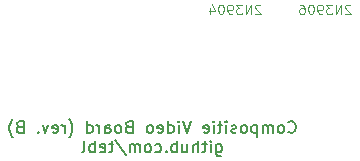
<source format=gbo>
%TF.GenerationSoftware,KiCad,Pcbnew,(5.1.8)-1*%
%TF.CreationDate,2021-02-01T19:36:53+01:00*%
%TF.ProjectId,Composite Video Amplifier,436f6d70-6f73-4697-9465-20566964656f,rev?*%
%TF.SameCoordinates,Original*%
%TF.FileFunction,Legend,Bot*%
%TF.FilePolarity,Positive*%
%FSLAX46Y46*%
G04 Gerber Fmt 4.6, Leading zero omitted, Abs format (unit mm)*
G04 Created by KiCad (PCBNEW (5.1.8)-1) date 2021-02-01 19:36:53*
%MOMM*%
%LPD*%
G01*
G04 APERTURE LIST*
%ADD10C,0.150000*%
%ADD11C,0.100000*%
G04 APERTURE END LIST*
D10*
X163288809Y-129707142D02*
X163336428Y-129754761D01*
X163479285Y-129802380D01*
X163574523Y-129802380D01*
X163717380Y-129754761D01*
X163812619Y-129659523D01*
X163860238Y-129564285D01*
X163907857Y-129373809D01*
X163907857Y-129230952D01*
X163860238Y-129040476D01*
X163812619Y-128945238D01*
X163717380Y-128850000D01*
X163574523Y-128802380D01*
X163479285Y-128802380D01*
X163336428Y-128850000D01*
X163288809Y-128897619D01*
X162717380Y-129802380D02*
X162812619Y-129754761D01*
X162860238Y-129707142D01*
X162907857Y-129611904D01*
X162907857Y-129326190D01*
X162860238Y-129230952D01*
X162812619Y-129183333D01*
X162717380Y-129135714D01*
X162574523Y-129135714D01*
X162479285Y-129183333D01*
X162431666Y-129230952D01*
X162384047Y-129326190D01*
X162384047Y-129611904D01*
X162431666Y-129707142D01*
X162479285Y-129754761D01*
X162574523Y-129802380D01*
X162717380Y-129802380D01*
X161955476Y-129802380D02*
X161955476Y-129135714D01*
X161955476Y-129230952D02*
X161907857Y-129183333D01*
X161812619Y-129135714D01*
X161669761Y-129135714D01*
X161574523Y-129183333D01*
X161526904Y-129278571D01*
X161526904Y-129802380D01*
X161526904Y-129278571D02*
X161479285Y-129183333D01*
X161384047Y-129135714D01*
X161241190Y-129135714D01*
X161145952Y-129183333D01*
X161098333Y-129278571D01*
X161098333Y-129802380D01*
X160622142Y-129135714D02*
X160622142Y-130135714D01*
X160622142Y-129183333D02*
X160526904Y-129135714D01*
X160336428Y-129135714D01*
X160241190Y-129183333D01*
X160193571Y-129230952D01*
X160145952Y-129326190D01*
X160145952Y-129611904D01*
X160193571Y-129707142D01*
X160241190Y-129754761D01*
X160336428Y-129802380D01*
X160526904Y-129802380D01*
X160622142Y-129754761D01*
X159574523Y-129802380D02*
X159669761Y-129754761D01*
X159717380Y-129707142D01*
X159765000Y-129611904D01*
X159765000Y-129326190D01*
X159717380Y-129230952D01*
X159669761Y-129183333D01*
X159574523Y-129135714D01*
X159431666Y-129135714D01*
X159336428Y-129183333D01*
X159288809Y-129230952D01*
X159241190Y-129326190D01*
X159241190Y-129611904D01*
X159288809Y-129707142D01*
X159336428Y-129754761D01*
X159431666Y-129802380D01*
X159574523Y-129802380D01*
X158860238Y-129754761D02*
X158765000Y-129802380D01*
X158574523Y-129802380D01*
X158479285Y-129754761D01*
X158431666Y-129659523D01*
X158431666Y-129611904D01*
X158479285Y-129516666D01*
X158574523Y-129469047D01*
X158717380Y-129469047D01*
X158812619Y-129421428D01*
X158860238Y-129326190D01*
X158860238Y-129278571D01*
X158812619Y-129183333D01*
X158717380Y-129135714D01*
X158574523Y-129135714D01*
X158479285Y-129183333D01*
X158003095Y-129802380D02*
X158003095Y-129135714D01*
X158003095Y-128802380D02*
X158050714Y-128850000D01*
X158003095Y-128897619D01*
X157955476Y-128850000D01*
X158003095Y-128802380D01*
X158003095Y-128897619D01*
X157669761Y-129135714D02*
X157288809Y-129135714D01*
X157526904Y-128802380D02*
X157526904Y-129659523D01*
X157479285Y-129754761D01*
X157384047Y-129802380D01*
X157288809Y-129802380D01*
X156955476Y-129802380D02*
X156955476Y-129135714D01*
X156955476Y-128802380D02*
X157003095Y-128850000D01*
X156955476Y-128897619D01*
X156907857Y-128850000D01*
X156955476Y-128802380D01*
X156955476Y-128897619D01*
X156098333Y-129754761D02*
X156193571Y-129802380D01*
X156384047Y-129802380D01*
X156479285Y-129754761D01*
X156526904Y-129659523D01*
X156526904Y-129278571D01*
X156479285Y-129183333D01*
X156384047Y-129135714D01*
X156193571Y-129135714D01*
X156098333Y-129183333D01*
X156050714Y-129278571D01*
X156050714Y-129373809D01*
X156526904Y-129469047D01*
X155003095Y-128802380D02*
X154669761Y-129802380D01*
X154336428Y-128802380D01*
X154003095Y-129802380D02*
X154003095Y-129135714D01*
X154003095Y-128802380D02*
X154050714Y-128850000D01*
X154003095Y-128897619D01*
X153955476Y-128850000D01*
X154003095Y-128802380D01*
X154003095Y-128897619D01*
X153098333Y-129802380D02*
X153098333Y-128802380D01*
X153098333Y-129754761D02*
X153193571Y-129802380D01*
X153384047Y-129802380D01*
X153479285Y-129754761D01*
X153526904Y-129707142D01*
X153574523Y-129611904D01*
X153574523Y-129326190D01*
X153526904Y-129230952D01*
X153479285Y-129183333D01*
X153384047Y-129135714D01*
X153193571Y-129135714D01*
X153098333Y-129183333D01*
X152241190Y-129754761D02*
X152336428Y-129802380D01*
X152526904Y-129802380D01*
X152622142Y-129754761D01*
X152669761Y-129659523D01*
X152669761Y-129278571D01*
X152622142Y-129183333D01*
X152526904Y-129135714D01*
X152336428Y-129135714D01*
X152241190Y-129183333D01*
X152193571Y-129278571D01*
X152193571Y-129373809D01*
X152669761Y-129469047D01*
X151622142Y-129802380D02*
X151717380Y-129754761D01*
X151765000Y-129707142D01*
X151812619Y-129611904D01*
X151812619Y-129326190D01*
X151765000Y-129230952D01*
X151717380Y-129183333D01*
X151622142Y-129135714D01*
X151479285Y-129135714D01*
X151384047Y-129183333D01*
X151336428Y-129230952D01*
X151288809Y-129326190D01*
X151288809Y-129611904D01*
X151336428Y-129707142D01*
X151384047Y-129754761D01*
X151479285Y-129802380D01*
X151622142Y-129802380D01*
X149765000Y-129278571D02*
X149622142Y-129326190D01*
X149574523Y-129373809D01*
X149526904Y-129469047D01*
X149526904Y-129611904D01*
X149574523Y-129707142D01*
X149622142Y-129754761D01*
X149717380Y-129802380D01*
X150098333Y-129802380D01*
X150098333Y-128802380D01*
X149765000Y-128802380D01*
X149669761Y-128850000D01*
X149622142Y-128897619D01*
X149574523Y-128992857D01*
X149574523Y-129088095D01*
X149622142Y-129183333D01*
X149669761Y-129230952D01*
X149765000Y-129278571D01*
X150098333Y-129278571D01*
X148955476Y-129802380D02*
X149050714Y-129754761D01*
X149098333Y-129707142D01*
X149145952Y-129611904D01*
X149145952Y-129326190D01*
X149098333Y-129230952D01*
X149050714Y-129183333D01*
X148955476Y-129135714D01*
X148812619Y-129135714D01*
X148717380Y-129183333D01*
X148669761Y-129230952D01*
X148622142Y-129326190D01*
X148622142Y-129611904D01*
X148669761Y-129707142D01*
X148717380Y-129754761D01*
X148812619Y-129802380D01*
X148955476Y-129802380D01*
X147765000Y-129802380D02*
X147765000Y-129278571D01*
X147812619Y-129183333D01*
X147907857Y-129135714D01*
X148098333Y-129135714D01*
X148193571Y-129183333D01*
X147765000Y-129754761D02*
X147860238Y-129802380D01*
X148098333Y-129802380D01*
X148193571Y-129754761D01*
X148241190Y-129659523D01*
X148241190Y-129564285D01*
X148193571Y-129469047D01*
X148098333Y-129421428D01*
X147860238Y-129421428D01*
X147765000Y-129373809D01*
X147288809Y-129802380D02*
X147288809Y-129135714D01*
X147288809Y-129326190D02*
X147241190Y-129230952D01*
X147193571Y-129183333D01*
X147098333Y-129135714D01*
X147003095Y-129135714D01*
X146241190Y-129802380D02*
X146241190Y-128802380D01*
X146241190Y-129754761D02*
X146336428Y-129802380D01*
X146526904Y-129802380D01*
X146622142Y-129754761D01*
X146669761Y-129707142D01*
X146717380Y-129611904D01*
X146717380Y-129326190D01*
X146669761Y-129230952D01*
X146622142Y-129183333D01*
X146526904Y-129135714D01*
X146336428Y-129135714D01*
X146241190Y-129183333D01*
X144717380Y-130183333D02*
X144765000Y-130135714D01*
X144860238Y-129992857D01*
X144907857Y-129897619D01*
X144955476Y-129754761D01*
X145003095Y-129516666D01*
X145003095Y-129326190D01*
X144955476Y-129088095D01*
X144907857Y-128945238D01*
X144860238Y-128850000D01*
X144765000Y-128707142D01*
X144717380Y-128659523D01*
X144336428Y-129802380D02*
X144336428Y-129135714D01*
X144336428Y-129326190D02*
X144288809Y-129230952D01*
X144241190Y-129183333D01*
X144145952Y-129135714D01*
X144050714Y-129135714D01*
X143336428Y-129754761D02*
X143431666Y-129802380D01*
X143622142Y-129802380D01*
X143717380Y-129754761D01*
X143765000Y-129659523D01*
X143765000Y-129278571D01*
X143717380Y-129183333D01*
X143622142Y-129135714D01*
X143431666Y-129135714D01*
X143336428Y-129183333D01*
X143288809Y-129278571D01*
X143288809Y-129373809D01*
X143765000Y-129469047D01*
X142955476Y-129135714D02*
X142717380Y-129802380D01*
X142479285Y-129135714D01*
X142098333Y-129707142D02*
X142050714Y-129754761D01*
X142098333Y-129802380D01*
X142145952Y-129754761D01*
X142098333Y-129707142D01*
X142098333Y-129802380D01*
X140526904Y-129278571D02*
X140384047Y-129326190D01*
X140336428Y-129373809D01*
X140288809Y-129469047D01*
X140288809Y-129611904D01*
X140336428Y-129707142D01*
X140384047Y-129754761D01*
X140479285Y-129802380D01*
X140860238Y-129802380D01*
X140860238Y-128802380D01*
X140526904Y-128802380D01*
X140431666Y-128850000D01*
X140384047Y-128897619D01*
X140336428Y-128992857D01*
X140336428Y-129088095D01*
X140384047Y-129183333D01*
X140431666Y-129230952D01*
X140526904Y-129278571D01*
X140860238Y-129278571D01*
X139955476Y-130183333D02*
X139907857Y-130135714D01*
X139812619Y-129992857D01*
X139765000Y-129897619D01*
X139717380Y-129754761D01*
X139669761Y-129516666D01*
X139669761Y-129326190D01*
X139717380Y-129088095D01*
X139765000Y-128945238D01*
X139812619Y-128850000D01*
X139907857Y-128707142D01*
X139955476Y-128659523D01*
X157169761Y-130785714D02*
X157169761Y-131595238D01*
X157217380Y-131690476D01*
X157265000Y-131738095D01*
X157360238Y-131785714D01*
X157503095Y-131785714D01*
X157598333Y-131738095D01*
X157169761Y-131404761D02*
X157265000Y-131452380D01*
X157455476Y-131452380D01*
X157550714Y-131404761D01*
X157598333Y-131357142D01*
X157645952Y-131261904D01*
X157645952Y-130976190D01*
X157598333Y-130880952D01*
X157550714Y-130833333D01*
X157455476Y-130785714D01*
X157265000Y-130785714D01*
X157169761Y-130833333D01*
X156693571Y-131452380D02*
X156693571Y-130785714D01*
X156693571Y-130452380D02*
X156741190Y-130500000D01*
X156693571Y-130547619D01*
X156645952Y-130500000D01*
X156693571Y-130452380D01*
X156693571Y-130547619D01*
X156360238Y-130785714D02*
X155979285Y-130785714D01*
X156217380Y-130452380D02*
X156217380Y-131309523D01*
X156169761Y-131404761D01*
X156074523Y-131452380D01*
X155979285Y-131452380D01*
X155645952Y-131452380D02*
X155645952Y-130452380D01*
X155217380Y-131452380D02*
X155217380Y-130928571D01*
X155265000Y-130833333D01*
X155360238Y-130785714D01*
X155503095Y-130785714D01*
X155598333Y-130833333D01*
X155645952Y-130880952D01*
X154312619Y-130785714D02*
X154312619Y-131452380D01*
X154741190Y-130785714D02*
X154741190Y-131309523D01*
X154693571Y-131404761D01*
X154598333Y-131452380D01*
X154455476Y-131452380D01*
X154360238Y-131404761D01*
X154312619Y-131357142D01*
X153836428Y-131452380D02*
X153836428Y-130452380D01*
X153836428Y-130833333D02*
X153741190Y-130785714D01*
X153550714Y-130785714D01*
X153455476Y-130833333D01*
X153407857Y-130880952D01*
X153360238Y-130976190D01*
X153360238Y-131261904D01*
X153407857Y-131357142D01*
X153455476Y-131404761D01*
X153550714Y-131452380D01*
X153741190Y-131452380D01*
X153836428Y-131404761D01*
X152931666Y-131357142D02*
X152884047Y-131404761D01*
X152931666Y-131452380D01*
X152979285Y-131404761D01*
X152931666Y-131357142D01*
X152931666Y-131452380D01*
X152026904Y-131404761D02*
X152122142Y-131452380D01*
X152312619Y-131452380D01*
X152407857Y-131404761D01*
X152455476Y-131357142D01*
X152503095Y-131261904D01*
X152503095Y-130976190D01*
X152455476Y-130880952D01*
X152407857Y-130833333D01*
X152312619Y-130785714D01*
X152122142Y-130785714D01*
X152026904Y-130833333D01*
X151455476Y-131452380D02*
X151550714Y-131404761D01*
X151598333Y-131357142D01*
X151645952Y-131261904D01*
X151645952Y-130976190D01*
X151598333Y-130880952D01*
X151550714Y-130833333D01*
X151455476Y-130785714D01*
X151312619Y-130785714D01*
X151217380Y-130833333D01*
X151169761Y-130880952D01*
X151122142Y-130976190D01*
X151122142Y-131261904D01*
X151169761Y-131357142D01*
X151217380Y-131404761D01*
X151312619Y-131452380D01*
X151455476Y-131452380D01*
X150693571Y-131452380D02*
X150693571Y-130785714D01*
X150693571Y-130880952D02*
X150645952Y-130833333D01*
X150550714Y-130785714D01*
X150407857Y-130785714D01*
X150312619Y-130833333D01*
X150265000Y-130928571D01*
X150265000Y-131452380D01*
X150265000Y-130928571D02*
X150217380Y-130833333D01*
X150122142Y-130785714D01*
X149979285Y-130785714D01*
X149884047Y-130833333D01*
X149836428Y-130928571D01*
X149836428Y-131452380D01*
X148645952Y-130404761D02*
X149503095Y-131690476D01*
X148455476Y-130785714D02*
X148074523Y-130785714D01*
X148312619Y-130452380D02*
X148312619Y-131309523D01*
X148265000Y-131404761D01*
X148169761Y-131452380D01*
X148074523Y-131452380D01*
X147360238Y-131404761D02*
X147455476Y-131452380D01*
X147645952Y-131452380D01*
X147741190Y-131404761D01*
X147788809Y-131309523D01*
X147788809Y-130928571D01*
X147741190Y-130833333D01*
X147645952Y-130785714D01*
X147455476Y-130785714D01*
X147360238Y-130833333D01*
X147312619Y-130928571D01*
X147312619Y-131023809D01*
X147788809Y-131119047D01*
X146884047Y-131452380D02*
X146884047Y-130452380D01*
X146884047Y-130833333D02*
X146788809Y-130785714D01*
X146598333Y-130785714D01*
X146503095Y-130833333D01*
X146455476Y-130880952D01*
X146407857Y-130976190D01*
X146407857Y-131261904D01*
X146455476Y-131357142D01*
X146503095Y-131404761D01*
X146598333Y-131452380D01*
X146788809Y-131452380D01*
X146884047Y-131404761D01*
X145836428Y-131452380D02*
X145931666Y-131404761D01*
X145979285Y-131309523D01*
X145979285Y-130452380D01*
%TO.C,Q1*%
D11*
X160921428Y-119018095D02*
X160883333Y-118980000D01*
X160807142Y-118941904D01*
X160616666Y-118941904D01*
X160540476Y-118980000D01*
X160502380Y-119018095D01*
X160464285Y-119094285D01*
X160464285Y-119170476D01*
X160502380Y-119284761D01*
X160959523Y-119741904D01*
X160464285Y-119741904D01*
X160121428Y-119741904D02*
X160121428Y-118941904D01*
X159664285Y-119741904D01*
X159664285Y-118941904D01*
X159359523Y-118941904D02*
X158864285Y-118941904D01*
X159130952Y-119246666D01*
X159016666Y-119246666D01*
X158940476Y-119284761D01*
X158902380Y-119322857D01*
X158864285Y-119399047D01*
X158864285Y-119589523D01*
X158902380Y-119665714D01*
X158940476Y-119703809D01*
X159016666Y-119741904D01*
X159245238Y-119741904D01*
X159321428Y-119703809D01*
X159359523Y-119665714D01*
X158483333Y-119741904D02*
X158330952Y-119741904D01*
X158254761Y-119703809D01*
X158216666Y-119665714D01*
X158140476Y-119551428D01*
X158102380Y-119399047D01*
X158102380Y-119094285D01*
X158140476Y-119018095D01*
X158178571Y-118980000D01*
X158254761Y-118941904D01*
X158407142Y-118941904D01*
X158483333Y-118980000D01*
X158521428Y-119018095D01*
X158559523Y-119094285D01*
X158559523Y-119284761D01*
X158521428Y-119360952D01*
X158483333Y-119399047D01*
X158407142Y-119437142D01*
X158254761Y-119437142D01*
X158178571Y-119399047D01*
X158140476Y-119360952D01*
X158102380Y-119284761D01*
X157607142Y-118941904D02*
X157530952Y-118941904D01*
X157454761Y-118980000D01*
X157416666Y-119018095D01*
X157378571Y-119094285D01*
X157340476Y-119246666D01*
X157340476Y-119437142D01*
X157378571Y-119589523D01*
X157416666Y-119665714D01*
X157454761Y-119703809D01*
X157530952Y-119741904D01*
X157607142Y-119741904D01*
X157683333Y-119703809D01*
X157721428Y-119665714D01*
X157759523Y-119589523D01*
X157797619Y-119437142D01*
X157797619Y-119246666D01*
X157759523Y-119094285D01*
X157721428Y-119018095D01*
X157683333Y-118980000D01*
X157607142Y-118941904D01*
X156654761Y-119208571D02*
X156654761Y-119741904D01*
X156845238Y-118903809D02*
X157035714Y-119475238D01*
X156540476Y-119475238D01*
%TO.C,Q2*%
X168541428Y-119018095D02*
X168503333Y-118980000D01*
X168427142Y-118941904D01*
X168236666Y-118941904D01*
X168160476Y-118980000D01*
X168122380Y-119018095D01*
X168084285Y-119094285D01*
X168084285Y-119170476D01*
X168122380Y-119284761D01*
X168579523Y-119741904D01*
X168084285Y-119741904D01*
X167741428Y-119741904D02*
X167741428Y-118941904D01*
X167284285Y-119741904D01*
X167284285Y-118941904D01*
X166979523Y-118941904D02*
X166484285Y-118941904D01*
X166750952Y-119246666D01*
X166636666Y-119246666D01*
X166560476Y-119284761D01*
X166522380Y-119322857D01*
X166484285Y-119399047D01*
X166484285Y-119589523D01*
X166522380Y-119665714D01*
X166560476Y-119703809D01*
X166636666Y-119741904D01*
X166865238Y-119741904D01*
X166941428Y-119703809D01*
X166979523Y-119665714D01*
X166103333Y-119741904D02*
X165950952Y-119741904D01*
X165874761Y-119703809D01*
X165836666Y-119665714D01*
X165760476Y-119551428D01*
X165722380Y-119399047D01*
X165722380Y-119094285D01*
X165760476Y-119018095D01*
X165798571Y-118980000D01*
X165874761Y-118941904D01*
X166027142Y-118941904D01*
X166103333Y-118980000D01*
X166141428Y-119018095D01*
X166179523Y-119094285D01*
X166179523Y-119284761D01*
X166141428Y-119360952D01*
X166103333Y-119399047D01*
X166027142Y-119437142D01*
X165874761Y-119437142D01*
X165798571Y-119399047D01*
X165760476Y-119360952D01*
X165722380Y-119284761D01*
X165227142Y-118941904D02*
X165150952Y-118941904D01*
X165074761Y-118980000D01*
X165036666Y-119018095D01*
X164998571Y-119094285D01*
X164960476Y-119246666D01*
X164960476Y-119437142D01*
X164998571Y-119589523D01*
X165036666Y-119665714D01*
X165074761Y-119703809D01*
X165150952Y-119741904D01*
X165227142Y-119741904D01*
X165303333Y-119703809D01*
X165341428Y-119665714D01*
X165379523Y-119589523D01*
X165417619Y-119437142D01*
X165417619Y-119246666D01*
X165379523Y-119094285D01*
X165341428Y-119018095D01*
X165303333Y-118980000D01*
X165227142Y-118941904D01*
X164274761Y-118941904D02*
X164427142Y-118941904D01*
X164503333Y-118980000D01*
X164541428Y-119018095D01*
X164617619Y-119132380D01*
X164655714Y-119284761D01*
X164655714Y-119589523D01*
X164617619Y-119665714D01*
X164579523Y-119703809D01*
X164503333Y-119741904D01*
X164350952Y-119741904D01*
X164274761Y-119703809D01*
X164236666Y-119665714D01*
X164198571Y-119589523D01*
X164198571Y-119399047D01*
X164236666Y-119322857D01*
X164274761Y-119284761D01*
X164350952Y-119246666D01*
X164503333Y-119246666D01*
X164579523Y-119284761D01*
X164617619Y-119322857D01*
X164655714Y-119399047D01*
%TD*%
M02*

</source>
